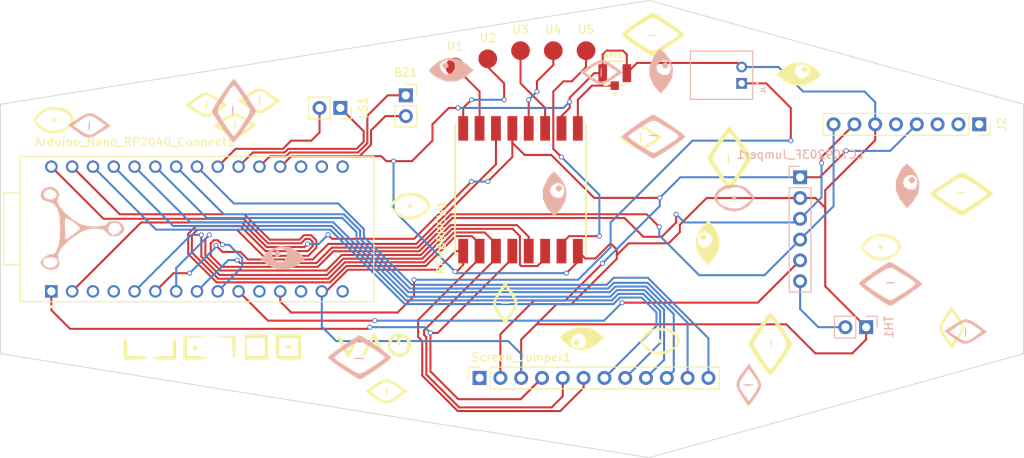
<source format=kicad_pcb>
(kicad_pcb (version 20211014) (generator pcbnew)
  (title_block (title "Caster_Board") (date "sam. 04 avril 2015") (rev "v01") (comment 2 "creativecommons.org/licenses/by-nc/4.0/") (comment 3 "License: CC BY-NC 4.0") (comment 4 "Author: Helena"))
  (layers (0 "F.Cu" signal) (31 "B.Cu" signal) (34 "B.Paste" user) (35 "F.Paste" user) (36 "B.SilkS" user "B.Silkscreen") (37 "F.SilkS" user "F.Silkscreen") (38 "B.Mask" user) (39 "F.Mask" user) (44 "Edge.Cuts" user))
  (net 0 "")
  (net 1 "GND")
  (net 2 "Net-(ANT1-Pad1)")
  (net 3 "SCK")
  (net 4 "+3V3")
  (net 7 "Lora_RST")
  (net 8 "LORA_INT")
  (net 9 "LORA_CS")
  (net 10 "SDA")
  (net 11 "SCL")
  (net 12 "Bat_INT")
  (net 14 "Net-(Arduino_Nano_RP2040_Connect1-Pad12)")
  (net 20 "BUZZ")
  (net 21 "Aud_IN")
  (net 22 "AUD_OUT")
  (net 23 "TE")
  (net 24 "Lite")
  (net 25 "SDCS")
  (net 26 "DC")
  (net 27 "RST")
  (net 28 "TFTCS")
  (net 29 "COPI")
  (net 30 "CIPO")
  (net 31 "Net-(LC709203F_Jumper1-Pad6)")
  (net 33 "Pad5")
  (net 34 "Pad3")
  (net 35 "Pad4")
  (net 36 "Pad1")
  (net 37 "Pad2")
  (footprint "Connector_PinSocket_2.54mm:PinSocket_1x02_P2.54mm_Vertical" (layer "F.Cu") (at 81 36 -90)
    (fp_text reference "LS1")
    (fp_text value "Speaker")
  )
  (footprint "ABX00053:JUMPERPAD" (layer "F.Cu") (at 111 29)
    (fp_text reference "U5")
    (fp_text value "Single_Jumper")
  )
  (footprint "ABX00053:eye" (layer "F.Cu") (at 68 38)
    (fp_text reference "G***" hide)
    (fp_text value "LOGO" hide)
  )
  (footprint "RSP-122811-01:SAMTEC_RSP-122811-01" (layer "F.Cu") (at 114.505 31.75)
    (fp_text reference "ANT1")
    (fp_text value "RSP-122811-01")
  )
  (footprint "ABX00053:JUMPERPAD" (layer "F.Cu") (at 103 29)
    (fp_text reference "U3")
    (fp_text value "Single_Jumper")
  )
  (footprint "ABX00053:eye3" (layer "F.Cu") (at 89.5 48)
    (fp_text reference "G***" hide)
    (fp_text value "LOGO" hide)
  )
  (footprint "ABX00053:eye3" (layer "F.Cu") (at 46 37.5)
    (fp_text reference "G***" hide)
    (fp_text value "LOGO" hide)
  )
  (footprint "ABX00053:eye" (layer "F.Cu") (at 86.5 70.5)
    (fp_text reference "G***" hide)
    (fp_text value "LOGO" hide)
  )
  (footprint "ABX00053:JUMPERPAD" (layer "F.Cu") (at 107 29)
    (fp_text reference "U4")
    (fp_text value "Single_Jumper")
  )
  (footprint "COM-13909:MOD_COM-13909" (layer "F.Cu") (at 103 46 90)
    (fp_text reference "RFM69HCW1")
    (fp_text value "COM-13909")
  )
  (footprint "ABX00053:eye4" (layer "F.Cu") (at 119 27)
    (fp_text reference "G***" hide)
    (fp_text value "LOGO" hide)
  )
  (footprint "Connector_PinSocket_2.54mm:PinSocket_1x12_P2.54mm_Vertical" (layer "F.Cu") (at 98 69 90)
    (fp_text reference "Screen_Jumper1")
    (fp_text value "Conn_01x12")
  )
  (footprint "ABX00053:eye" (layer "F.Cu") (at 71 35)
    (fp_text reference "G***" hide)
    (fp_text value "LOGO" hide)
  )
  (footprint "ABX00053:MODULE_ABX00053" (layer "F.Cu") (at 63.5 50.8)
    (fp_text reference "Arduino_Nano_RP2040_Connect1")
    (fp_text value "ABX00053")
  )
  (footprint "ABX00053:eye4" (layer "F.Cu") (at 157 46.5 180)
    (fp_text reference "G***" hide)
    (fp_text value "LOGO" hide)
  )
  (footprint "ABX00053:eye" (layer "F.Cu") (at 155.5 63 90)
    (fp_text reference "G***" hide)
    (fp_text value "LOGO" hide)
  )
  (footprint "ABX00053:eye2" (layer "F.Cu") (at 110.5 64)
    (fp_text reference "G***" hide)
    (fp_text value "LOGO" hide)
  )
  (footprint "ABX00053:eye3" (layer "F.Cu") (at 120 64.5)
    (fp_text reference "G***" hide)
    (fp_text value "LOGO" hide)
  )
  (footprint "ABX00053:eye" (layer "F.Cu") (at 117.5 39.5)
    (fp_text reference "G***" hide)
    (fp_text value "LOGO" hide)
  )
  (footprint "ABX00053:eye2" (layer "F.Cu") (at 137 32 180)
    (fp_text reference "G***" hide)
    (fp_text value "LOGO" hide)
  )
  (footprint "Connector_PinSocket_2.54mm:PinSocket_1x08_P2.54mm_Vertical" (layer "F.Cu") (at 159 38 -90)
    (fp_text reference "J2")
    (fp_text value "Conn_01x08_Male")
  )
  (footprint "ABX00053:JUMPERPAD" (layer "F.Cu") (at 99 30)
    (fp_text reference "U2")
    (fp_text value "Single_Jumper")
  )
  (footprint "ABX00053:eye" (layer "F.Cu") (at 64.5 35.5)
    (fp_text reference "G***" hide)
    (fp_text value "LOGO" hide)
  )
  (footprint "ABX00053:eye3" (layer "F.Cu") (at 147 53)
    (fp_text reference "G***" hide)
    (fp_text value "LOGO" hide)
  )
  (footprint "ABX00053:JUMPERPAD" (layer "F.Cu") (at 95 31)
    (fp_text reference "U1")
    (fp_text value "Single_Jumper")
  )
  (footprint "ABX00053:CasterMK1_Label" (layer "F.Cu") (at 72 65)
    (fp_text reference "G***" hide)
    (fp_text value "LOGO" hide)
  )
  (footprint "ABX00053:eye" (layer "F.Cu") (at 101 60 90)
    (fp_text reference "G***" hide)
    (fp_text value "LOGO" hide)
  )
  (footprint "ABX00053:eye4" (layer "F.Cu") (at 133.5 65 90)
    (fp_text reference "G***" hide)
    (fp_text value "LOGO" hide)
  )
  (footprint "ABX00053:eye2" (layer "F.Cu") (at 126 52.5 -90)
    (fp_text reference "G***" hide)
    (fp_text value "LOGO" hide)
  )
  (footprint "ABX00053:eye4" (layer "F.Cu") (at 128.5 42 -90)
    (fp_text reference "G***" hide)
    (fp_text value "LOGO" hide)
  )
  (footprint "Connector_PinSocket_2.54mm:PinSocket_1x02_P2.54mm_Vertical" (layer "F.Cu") (at 89 34.46)
    (fp_text reference "BZ1")
    (fp_text value "Buzzer")
  )
  (footprint "ABX00053:eye2" (layer "B.Cu") (at 150.098408 45.5 -90)
    (fp_text reference "G***" hide)
    (fp_text value "LOGO" hide)
  )
  (footprint "ABX00053:eye" (layer "B.Cu") (at 157.484263 63.194535 180)
    (fp_text reference "G***" hide)
    (fp_text value "LOGO" hide)
  )
  (footprint "ABX00053:logo1" (layer "B.Cu") (at 49.5 50.75 -90)
    (fp_text reference "G***" hide)
    (fp_text value "LOGO" hide)
  )
  (footprint "ABX00053:eye4" (layer "B.Cu") (at 148 57.5)
    (fp_text reference "G***" hide)
    (fp_text value "LOGO" hide)
  )
  (footprint "ABX00053:eye2" (layer "B.Cu") (at 120 31.5 -90)
    (fp_text reference "G***" hide)
    (fp_text value "LOGO" hide)
  )
  (footprint "ABX00053:eye2" (layer "B.Cu") (at 94.5 31.5)
    (fp_text reference "G***" hide)
    (fp_text value "LOGO" hide)
  )
  (footprint "ABX00053:eye3" (layer "B.Cu") (at 129.098408 47 180)
    (fp_text reference "G***" hide)
    (fp_text value "LOGO" hide)
  )
  (footprint "Connector_PinSocket_2.54mm:PinSocket_1x06_P2.54mm_Vertical" (layer "B.Cu") (at 137.135 44.475 180)
    (fp_text reference "LC709203F_Jumper1")
    (fp_text value "Conn_01x06")
  )
  (footprint "ABX00053:eye" (layer "B.Cu") (at 113 31.5 180)
    (fp_text reference "G***" hide)
    (fp_text value "LOGO" hide)
  )
  (footprint "ABX00053:eye" (layer "B.Cu") (at 131 70 90)
    (fp_text reference "G***" hide)
    (fp_text value "LOGO" hide)
  )
  (footprint "ABX00053:eye" (layer "B.Cu") (at 50.5 38 180)
    (fp_text reference "G***" hide)
    (fp_text value "LOGO" hide)
  )
  (footprint "ABX00053:eye4" (layer "B.Cu") (at 68 36.5 90)
    (fp_text reference "G***" hide)
    (fp_text value "LOGO" hide)
  )
  (footprint "ABX00053:eye2" (layer "B.Cu") (at 74 54.5)
    (fp_text reference "G***" hide)
    (fp_text value "LOGO" hide)
  )
  (footprint "ABX00053:eye2" (layer "B.Cu") (at 107 46.5 -90)
    (fp_text reference "G***" hide)
    (fp_text value "LOGO" hide)
  )
  (footprint "S2B-PH-K-S_LF__SN_:JST_S2B-PH-K-S(LF)(SN)" (layer "B.Cu") (at 130 32 90)
    (fp_text reference "J1")
    (fp_text value "S2B-PH-K-S(LF)(SN)")
  )
  (footprint "ABX00053:eye4" (layer "B.Cu") (at 83.5 66.5 180)
    (fp_text reference "G***" hide)
    (fp_text value "LOGO" hide)
  )
  (footprint "Connector_PinSocket_2.54mm:PinSocket_1x02_P2.54mm_Vertical" (layer "B.Cu") (at 145.2 62.8 90)
    (fp_text reference "TH1")
    (fp_text value "Thermistor")
  )
  (footprint "ABX00053:eye4" (layer "B.Cu") (at 119.098408 39.5)
    (fp_text reference "G***" hide)
    (fp_text value "LOGO" hide)
  )
  (gr_poly (pts (xy 164.42 35.56) (xy 164.42 66.04) (xy 118.7 78.74) (xy 39.5 66.04) (xy 39.5 35.56) (xy 118.7 22.86)) (layer "Edge.Cuts") (width 0.1) (fill none))
  (segment (start 78.74 58.42) (end 79.277317 58.42) (width 0.25) (layer "F.Cu") (net 1))
  (segment (start 109.2 60) (end 107.4 60) (width 0.25) (layer "F.Cu") (net 1))
  (segment (start 104.95 62.45) (end 103.08 64.32) (width 0.25) (layer "F.Cu") (net 1))
  (segment (start 140.2 57.8) (end 145.2 62.8) (width 0.25) (layer "F.Cu") (net 1))
  (segment (start 139 66) (end 143.5 66) (width 0.25) (layer "F.Cu") (net 1))
  (segment (start 92.828494 55.771506) (end 95.1 53.5) (width 0.25) (layer "F.Cu") (net 1))
  (segment (start 140.2 48.2) (end 140.2 48.55) (width 0.25) (layer "F.Cu") (net 1))
  (segment (start 145.2 64.3) (end 145.2 62.8) (width 0.25) (layer "F.Cu") (net 1))
  (segment (start 116 29.5) (end 115.98 29.52) (width 0.25) (layer "F.Cu") (net 1))
  (segment (start 95.3755 36.005) (end 94.245 36.005) (width 0.25) (layer "F.Cu") (net 1))
  (segment (start 110 54.8) (end 110 53.5) (width 0.25) (layer "F.Cu") (net 1))
  (segment (start 137.135 47.015) (end 138.985 47.015) (width 0.25) (layer "F.Cu") (net 1))
  (segment (start 107.4 60) (end 104.95 62.45) (width 0.25) (layer "F.Cu") (net 1))
  (segment (start 114.75 54.45) (end 109.2 60) (width 0.25) (layer "F.Cu") (net 1))
  (segment (start 79.277317 58.42) (end 81.925811 55.771506) (width 0.25) (layer "F.Cu") (net 1))
  (segment (start 109 34.75) (end 109 35.25) (width 0.25) (layer "F.Cu") (net 1))
  (segment (start 114.75 54) (end 116.2 52.55) (width 0.25) (layer "F.Cu") (net 1))
  (segment (start 89 37) (end 86.5 37) (width 0.25) (layer "F.Cu") (net 1))
  (segment (start 95.1 53.5) (end 96 53.5) (width 0.25) (layer "F.Cu") (net 1))
  (segment (start 113.03 29.47) (end 113.5 29) (width 0.25) (layer "F.Cu") (net 1))
  (segment (start 96 53.5) (end 96 55.2) (width 0.25) (layer "F.Cu") (net 1))
  (segment (start 108 37) (end 109 36) (width 0.25) (layer "F.Cu") (net 1))
  (segment (start 115.5 29) (end 116 29.5) (width 0.25) (layer "F.Cu") (net 1))
  (segment (start 85.999501 41.899501) (end 82.350499 41.899501) (width 0.25) (layer "F.Cu") (net 1))
  (segment (start 84.75 38.75) (end 84.75 40.5) (width 0.25) (layer "F.Cu") (net 1))
  (segment (start 112.15 54.4) (end 114 52.55) (width 0.25) (layer "F.Cu") (net 1))
  (segment (start 140.2 48.55) (end 140.2 57.8) (width 0.25) (layer "F.Cu") (net 1))
  (segment (start 129.5 30.5) (end 130 31) (width 0.25) (layer "F.Cu") (net 1))
  (segment (start 92.25 38) (end 92.25 40) (width 0.25) (layer "F.Cu") (net 1))
  (segment (start 125.721688 47.015) (end 137.135 47.015) (width 0.25) (layer "F.Cu") (net 1))
  (segment (start 116.2 52.55) (end 121.08569 52.55) (width 0.25) (layer "F.Cu") (net 1))
  (segment (start 110.9 54.4) (end 112.15 54.4) (width 0.25) (layer "F.Cu") (net 1))
  (segment (start 110 53.5) (end 110.9 54.4) (width 0.25) (layer "F.Cu") (net 1))
  (segment (start 121.08569 52.55) (end 122.449501 51.186189) (width 0.25) (layer "F.Cu") (net 1))
  (segment (start 109 36) (end 109 35.25) (width 0.25) (layer "F.Cu") (net 1))
  (segment (start 104.95 62.45) (end 135.45 62.45) (width 0.25) (layer "F.Cu") (net 1))
  (segment (start 92.25 40) (end 89.75 42.5) (width 0.25) (layer "F.Cu") (net 1))
  (segment (start 146.3 38) (end 146.3 39.95) (width 0.25) (layer "F.Cu") (net 1))
  (segment (start 115.98 31.75) (end 117.23 30.5) (width 0.25) (layer "F.Cu") (net 1))
  (segment (start 140.2 46.05) (end 140.2 48.55) (width 0.25) (layer "F.Cu") (net 1))
  (segment (start 108.6 56.2) (end 110 54.8) (width 0.25) (layer "F.Cu") (net 1))
  (segment (start 114.75 53.3) (end 114.75 54.45) (width 0.25) (layer "F.Cu") (net 1))
  (segment (start 135.45 62.45) (end 139 66) (width 0.25) (layer "F.Cu") (net 1))
  (segment (start 73.72707 43.18) (end 75.007569 41.899501) (width 0.25) (layer "F.Cu") (net 1))
  (segment (start 75.007569 41.899501) (end 82.350499 41.899501) (width 0.25) (layer "F.Cu") (net 1))
  (segment (start 112 31.75) (end 109 34.75) (width 0.25) (layer "F.Cu") (net 1))
  (segment (start 84.75 40.5) (end 83.350499 41.899501) (width 0.25) (layer "F.Cu") (net 1))
  (segment (start 113.5 29) (end 115.5 29) (width 0.25) (layer "F.Cu") (net 1))
  (segment (start 138.985 47.015) (end 139 47) (width 0.25) (layer "F.Cu") (net 1))
  (segment (start 143.5 66) (end 145.2 64.3) (width 0.25) (layer "F.Cu") (net 1))
  (segment (start 94.245 36.005) (end 92.25 38) (width 0.25) (layer "F.Cu") (net 1))
  (segment (start 122.449501 50.287187) (end 125.721688 47.015) (width 0.25) (layer "F.Cu") (net 1))
  (segment (start 114 52.55) (end 114.75 53.3) (width 0.25) (layer "F.Cu") (net 1))
  (segment (start 113.03 31.75) (end 113.03 29.47) (width 0.25) (layer "F.Cu") (net 1))
  (segment (start 115.98 29.52) (end 115.98 31.75) (width 0.25) (layer "F.Cu") (net 1))
  (segment (start 95.2 56) (end 95 56) (width 0.25) (layer "F.Cu") (net 1))
  (segment (start 146.3 39.95) (end 140.2 46.05) (width 0.25) (layer "F.Cu") (net 1))
  (segment (start 108 38.5) (end 108 37) (width 0.25) (layer "F.Cu") (net 1))
  (segment (start 89.75 42.5) (end 86.6 42.5) (width 0.25) (layer "F.Cu") (net 1))
  (segment (start 73.66 43.18) (end 73.72707 43.18) (width 0.25) (layer "F.Cu") (net 1))
  (segment (start 86.5 37) (end 84.75 38.75) (width 0.25) (layer "F.Cu") (net 1))
  (segment (start 122.449501 51.186189) (end 122.449501 50.287187) (width 0.25) (layer "F.Cu") (net 1))
  (segment (start 81.925811 55.771506) (end 92.828494 55.771506) (width 0.25) (layer "F.Cu") (net 1))
  (segment (start 139 47) (end 140.2 48.2) (width 0.25) (layer "F.Cu") (net 1))
  (segment (start 83.350499 41.899501) (end 82.350499 41.899501) (width 0.25) (layer "F.Cu") (net 1))
  (segment (start 103.08 64.32) (end 103.08 69) (width 0.25) (layer "F.Cu") (net 1))
  (segment (start 86.6 42.5) (end 85.999501 41.899501) (width 0.25) (layer "F.Cu") (net 1))
  (segment (start 117.23 30.5) (end 129.5 30.5) (width 0.25) (layer "F.Cu") (net 1))
  (segment (start 113.03 31.75) (end 112 31.75) (width 0.25) (layer "F.Cu") (net 1))
  (segment (start 96 55.2) (end 95.2 56) (width 0.25) (layer "F.Cu") (net 1))
  (via (at 108.6 56.2) (size 0.6) (drill 0.4) (layers "F.Cu" "B.Cu") (net 1))
  (via (at 95.3755 36.005) (size 0.6) (drill 0.4) (layers "F.Cu" "B.Cu") (net 1))
  (via (at 87.5 42.5) (size 0.6) (drill 0.4) (layers "F.Cu" "B.Cu") (net 1))
  (via (at 95 56) (size 0.6) (drill 0.4) (layers "F.Cu" "B.Cu") (net 1))
  (via (at 109 35.25) (size 0.6) (drill 0.4) (layers "F.Cu" "B.Cu") (net 1))
  (segment (start 108.245 36.005) (end 109 35.25) (width 0.25) (layer "B.Cu") (net 1))
  (segment (start 95.3755 36.005) (end 108.245 36.005) (width 0.25) (layer "B.Cu") (net 1))
  (segment (start 145 34) (end 146.3 35.3) (width 0.25) (layer "B.Cu") (net 1))
  (segment (start 146.3 35.3) (end 146.3 38) (width 0.25) (layer "B.Cu") (net 1))
  (segment (start 80.5 64.5) (end 101.5 64.5) (width 0.25) (layer "B.Cu") (net 1))
  (segment (start 134.5 31) (end 137.5 34) (width 0.25) (layer "B.Cu") (net 1))
  (segment (start 137.5 34) (end 145 34) (width 0.25) (layer "B.Cu") (net 1))
  (segment (start 87.5 48.5) (end 87.5 42.5) (width 0.25) (layer "B.Cu") (net 1))
  (segment (start 78.74 62.74) (end 80.5 64.5) (width 0.25) (layer "B.Cu") (net 1))
  (segment (start 95 56) (end 87.5 48.5) (width 0.25) (layer "B.Cu") (net 1))
  (segment (start 101.5 64.5) (end 103.08 66.08) (width 0.25) (layer "B.Cu") (net 1))
  (segment (start 95 56) (end 95.2 56.2) (width 0.25) (layer "B.Cu") (net 1))
  (segment (start 95.2 56.2) (end 108.6 56.2) (width 0.25) (layer "B.Cu") (net 1))
  (segment (start 78.74 58.42) (end 78.74 62.74) (width 0.25) (layer "B.Cu") (net 1))
  (segment (start 103.08 66.08) (end 103.08 69) (width 0.25) (layer "B.Cu") (net 1))
  (segment (start 130 31) (end 134.5 31) (width 0.25) (layer "B.Cu") (net 1))
  (segment (start 111.725 33.275) (end 110 35) (width 0.25) (layer "F.Cu") (net 2))
  (segment (start 114.505 33.275) (end 111.725 33.275) (width 0.25) (layer "F.Cu") (net 2))
  (segment (start 110 35) (end 110 38.5) (width 0.25) (layer "F.Cu") (net 2))
  (segment (start 84.4 63) (end 84.6 62.8) (width 0.25) (layer "F.Cu") (net 3))
  (segment (start 92 68.2) (end 92 63.5) (width 0.25) (layer "F.Cu") (net 3))
  (segment (start 102 54.4) (end 92.9 63.5) (width 0.25) (layer "F.Cu") (net 3))
  (segment (start 45.72 60.72) (end 48 63) (width 0.25) (layer "F.Cu") (net 3))
  (segment (start 103.02 71.6) (end 95.4 71.6) (width 0.25) (layer "F.Cu") (net 3))
  (segment (start 48 63) (end 84.4 63) (width 0.25) (layer "F.Cu") (net 3))
  (segment (start 45.72 58.42) (end 45.72 60.72) (width 0.25) (layer "F.Cu") (net 3))
  (segment (start 95.4 71.6) (end 92 68.2) (width 0.25) (layer "F.Cu") (net 3))
  (segment (start 102 53.5) (end 102 54.4) (width 0.25) (layer "F.Cu") (net 3))
  (segment (start 92.9 63.5) (end 92 63.5) (width 0.25) (layer "F.Cu") (net 3))
  (segment (start 105.62 69) (end 103.02 71.6) (width 0.25) (layer "F.Cu") (net 3))
  (via (at 92 63.5) (size 0.6) (drill 0.4) (layers "F.Cu" "B.Cu") (net 3))
  (via (at 84.6 62.8) (size 0.6) (drill 0.4) (layers "F.Cu" "B.Cu") (net 3))
  (segment (start 84.6 62.8) (end 91.3 62.8) (width 0.25) (layer "B.Cu") (net 3))
  (segment (start 91.3 62.8) (end 92 63.5) (width 0.25) (layer "B.Cu") (net 3))
  (segment (start 113 55) (end 108.449501 59.550499) (width 0.25) (layer "F.Cu") (net 4))
  (segment (start 56.68 50) (end 69 50) (width 0.25) (layer "F.Cu") (net 4))
  (segment (start 100.54 63.66) (end 100.54 69) (width 0.25) (layer "F.Cu") (net 4))
  (segment (start 69 50) (end 72 53) (width 0.25) (layer "F.Cu") (net 4))
  (segment (start 108.449501 59.550499) (end 104.649501 59.550499) (width 0.25) (layer "F.Cu") (net 4))
  (segment (start 102 38.5) (end 102 42) (width 0.25) (layer "F.Cu") (net 4))
  (segment (start 102 42) (end 99 45) (width 0.25) (layer "F.Cu") (net 4))
  (segment (start 72 53) (end 76.634177 53) (width 0.25) (layer "F.Cu") (net 4))
  (segment (start 103.5 41.75) (end 106.75 41.75) (width 0.25) (layer "F.Cu") (net 4))
  (segment (start 137.135 44.475) (end 139.525 44.475) (width 0.25) (layer "F.Cu") (net 4))
  (segment (start 102 40.25) (end 103.5 41.75) (width 0.25) (layer "F.Cu") (net 4))
  (segment (start 106.75 41.75) (end 112 47) (width 0.25) (layer "F.Cu") (net 4))
  (segment (start 80 52) (end 79.5 51.5) (width 0.25) (layer "F.Cu") (net 4))
  (segment (start 97 45) (end 90 52) (width 0.25) (layer "F.Cu") (net 4))
  (segment (start 102 38.5) (end 102 40.25) (width 0.25) (layer "F.Cu") (net 4))
  (segment (start 48.26 58.42) (end 56.68 50) (width 0.25) (layer "F.Cu") (net 4))
  (segment (start 90 52) (end 80 52) (width 0.25) (layer "F.Cu") (net 4))
  (segment (start 112 47) (end 120 47) (width 0.25) (layer "F.Cu") (net 4))
  (segment (start 104.649501 59.550499) (end 100.54 63.66) (width 0.25) (layer "F.Cu") (net 4))
  (segment (start 139.525 44.475) (end 142.75 41.25) (width 0.25) (layer "F.Cu") (net 4))
  (segment (start 76.634177 53) (end 77 52.634177) (width 0.25) (layer "F.Cu") (net 4))
  (via (at 79.5 51.5) (size 0.6) (drill 0.4) (layers "F.Cu" "B.Cu") (net 4))
  (via (at 77 52.634177) (size 0.6) (drill 0.4) (layers "F.Cu" "B.Cu") (net 4))
  (via (at 113 55) (size 0.6) (drill 0.4) (layers "F.Cu" "B.Cu") (net 4))
  (via (at 97 45) (size 0.6) (drill 0.4) (layers "F.Cu" "B.Cu") (net 4))
  (via (at 99 45) (size 0.6) (drill 0.4) (layers "F.Cu" "B.Cu") (net 4))
  (via (at 120 47) (size 0.6) (drill 0.4) (layers "F.Cu" "B.Cu") (net 4))
  (via (at 142.75 41.25) (size 0.6) (drill 0.4) (layers "F.Cu" "B.Cu") (net 4))
  (segment (start 148.13 41.25) (end 142.75 41.25) (width 0.25) (layer "B.Cu") (net 4))
  (segment (start 120 48) (end 120 47) (width 0.25) (layer "B.Cu") (net 4))
  (segment (start 78.365823 52.634177) (end 79.5 51.5) (width 0.25) (layer "B.Cu") (net 4))
  (segment (start 97 45) (end 99 45) (width 0.25) (layer "B.Cu") (net 4))
  (segment (start 151.38 38) (end 148.13 41.25) (width 0.25) (layer "B.Cu") (net 4))
  (segment (start 137.135 44.475) (end 122.525 44.475) (width 0.25) (layer "B.Cu") (net 4))
  (segment (start 113 55) (end 120 48) (width 0.25) (layer "B.Cu") (net 4))
  (segment (start 122.525 44.475) (end 120 47) (width 0.25) (layer "B.Cu") (net 4))
  (segment (start 77 52.634177) (end 78.365823 52.634177) (width 0.25) (layer "B.Cu") (net 4))
  (segment (start 106 54.4) (end 105.075 55.325) (width 0.25) (layer "F.Cu") (net 7))
  (segment (start 91.00364 54.423003) (end 81.367244 54.423003) (width 0.25) (layer "F.Cu") (net 7))
  (segment (start 105.075 55.325) (end 103.075 55.325) (width 0.25) (layer "F.Cu") (net 7))
  (segment (start 64.029945 54.184502) (end 64.029945 51.524001) (width 0.25) (layer "F.Cu") (net 7))
  (segment (start 106 53.5) (end 106 54.4) (width 0.25) (layer "F.Cu") (net 7))
  (segment (start 94.650645 50.775998) (end 91.00364 54.423003) (width 0.25) (layer "F.Cu") (net 7))
  (segment (start 102.925 55.175) (end 102.925 51.675) (width 0.25) (layer "F.Cu") (net 7))
  (segment (start 66.268446 56.423003) (end 64.029945 54.184502) (width 0.25) (layer "F.Cu") (net 7))
  (segment (start 79.367244 56.423003) (end 66.268446 56.423003) (width 0.25) (layer "F.Cu") (net 7))
  (segment (start 102.025998 50.775998) (end 94.650645 50.775998) (width 0.25) (layer "F.Cu") (net 7))
  (segment (start 103.075 55.325) (end 102.925 55.175) (width 0.25) (layer "F.Cu") (net 7))
  (segment (start 81.367244 54.423003) (end 79.367244 56.423003) (width 0.25) (layer "F.Cu") (net 7))
  (segment (start 102.925 51.675) (end 102.025998 50.775998) (width 0.25) (layer "F.Cu") (net 7))
  (via (at 64.029945 51.524001) (size 0.6) (drill 0.4) (layers "F.Cu" "B.Cu") (net 7))
  (segment (start 62.775999 51.524001) (end 64.029945 51.524001) (width 0.25) (layer "B.Cu") (net 7))
  (segment (start 55.88 58.42) (end 62.775999 51.524001) (width 0.25) (layer "B.Cu") (net 7))
  (segment (start 69.723502 54.523502) (end 68.8 53.6) (width 0.25) (layer "F.Cu") (net 8))
  (segment (start 68.8 53.6) (end 66.6 53.6) (width 0.25) (layer "F.Cu") (net 8))
  (segment (start 90.258677 52.6245) (end 79.530057 52.6245) (width 0.25) (layer "F.Cu") (net 8))
  (segment (start 100 42.883177) (end 90.258677 52.6245) (width 0.25) (layer "F.Cu") (net 8))
  (segment (start 66.6 53.6) (end 65.8 52.8) (width 0.25) (layer "F.Cu") (net 8))
  (segment (start 60.64 56.2) (end 62.6 56.2) (width 0.25) (layer "F.Cu") (net 8))
  (segment (start 79.530057 52.6245) (end 77.631055 54.523502) (width 0.25) (layer "F.Cu") (net 8))
  (segment (start 58.42 58.42) (end 60.64 56.2) (width 0.25) (layer "F.Cu") (net 8))
  (segment (start 77.631055 54.523502) (end 69.723502 54.523502) (width 0.25) (layer "F.Cu") (net 8))
  (segment (start 100 38.5) (end 100 42.883177) (width 0.25) (layer "F.Cu") (net 8))
  (via (at 62.6 56.2) (size 0.6) (drill 0.4) (layers "F.Cu" "B.Cu") (net 8))
  (via (at 65.8 52.8) (size 0.6) (drill 0.4) (layers "F.Cu" "B.Cu") (net 8))
  (segment (start 65.8 53) (end 65.8 52.8) (width 0.25) (layer "B.Cu") (net 8))
  (segment (start 62.6 56.2) (end 65.8 53) (width 0.25) (layer "B.Cu") (net 8))
  (segment (start 102.576497 50.326497) (end 94.464456 50.326497) (width 0.25) (layer "F.Cu") (net 9))
  (segment (start 64.525999 51.998002) (end 65 51.524001) (width 0.25) (layer "F.Cu") (net 9))
  (segment (start 81.181055 53.973502) (end 79.282552 55.872005) (width 0.25) (layer "F.Cu") (net 9))
  (segment (start 66.353138 55.872005) (end 64.525999 54.044866) (width 0.25) (layer "F.Cu") (net 9))
  (segment (start 90.817451 53.973502) (end 81.181055 53.973502) (width 0.25) (layer "F.Cu") (net 9))
  (segment (start 79.282552 55.872005) (end 66.353138 55.872005) (width 0.25) (layer "F.Cu") (net 9))
  (segment (start 64.525999 54.044866) (end 64.525999 51.998002) (width 0.25) (layer "F.Cu") (net 9))
  (segment (start 104 51.75) (end 102.576497 50.326497) (width 0.25) (layer "F.Cu") (net 9))
  (segment (start 94.464456 50.326497) (end 90.817451 53.973502) (width 0.25) (layer "F.Cu") (net 9))
  (segment (start 104 53.5) (end 104 51.75) (width 0.25) (layer "F.Cu") (net 9))
  (via (at 65 51.524001) (size 0.6) (drill 0.4) (layers "F.Cu" "B.Cu") (net 9))
  (segment (start 60.96 58.42) (end 60.96 55.564001) (width 0.25) (layer "B.Cu") (net 9))
  (segment (start 60.96 55.564001) (end 65 51.524001) (width 0.25) (layer "B.Cu") (net 9))
  (segment (start 94.518368 49.000499) (end 90.444866 53.074001) (width 0.25) (layer "F.Cu") (net 10))
  (segment (start 78.069366 54.973003) (end 68.773003 54.973003) (width 0.25) (layer "F.Cu") (net 10))
  (segment (start 119.940067 50.541066) (end 118.3995 49.000499) (width 0.25) (layer "F.Cu") (net 10))
  (segment (start 79.968368 53.074001) (end 78.069366 54.973003) (width 0.25) (layer "F.Cu") (net 10))
  (segment (start 118.3995 49.000499) (end 94.518368 49.000499) (width 0.25) (layer "F.Cu") (net 10))
  (segment (start 90.444866 53.074001) (end 79.968368 53.074001) (width 0.25) (layer "F.Cu") (net 10))
  (segment (start 68.773003 54.973003) (end 68.4 54.6) (width 0.25) (layer "F.Cu") (net 10))
  (via (at 68.4 54.6) (size 0.6) (drill 0.4) (layers "F.Cu" "B.Cu") (net 10))
  (via (at 119.940067 50.541066) (size 0.6) (drill 0.4) (layers "F.Cu" "B.Cu") (net 10))
  (segment (start 67.32 54.6) (end 68.4 54.6) (width 0.25) (layer "B.Cu") (net 10))
  (segment (start 124.813811 56.449501) (end 119.940067 51.575757) (width 0.25) (layer "B.Cu") (net 10))
  (segment (start 63.5 58.42) (end 67.32 54.6) (width 0.25) (layer "B.Cu") (net 10))
  (segment (start 141.22 48.01) (end 141.22 38) (width 0.25) (layer "B.Cu") (net 10))
  (segment (start 119.940067 51.575757) (end 119.940067 50.541066) (width 0.25) (layer "B.Cu") (net 10))
  (segment (start 132.780499 56.449501) (end 124.813811 56.449501) (width 0.25) (layer "B.Cu") (net 10))
  (segment (start 137.135 52.095) (end 132.780499 56.449501) (width 0.25) (layer "B.Cu") (net 10))
  (segment (start 137.135 52.095) (end 141.22 48.01) (width 0.25) (layer "B.Cu") (net 10))
  (segment (start 66.539327 55.422504) (end 65.1755 54.058677) (width 0.25) (layer "F.Cu") (net 11))
  (segment (start 94.704764 49.450499) (end 90.631262 53.524001) (width 0.25) (layer "F.Cu") (net 11))
  (segment (start 65.541323 52.1755) (end 66.058677 52.1755) (width 0.25) (layer "F.Cu") (net 11))
  (segment (start 120.25 51.75) (end 118 51.75) (width 0.25) (layer "F.Cu") (net 11))
  (segment (start 65.1755 54.058677) (end 65.1755 52.541323) (width 0.25) (layer "F.Cu") (net 11))
  (segment (start 115.700499 49.450499) (end 94.704764 49.450499) (width 0.25) (layer "F.Cu") (net 11))
  (segment (start 139.75 42.01) (end 139.75 42.75) (width 0.25) (layer "F.Cu") (net 11))
  (segment (start 66.058677 52.1755) (end 66.6101 52.726922) (width 0.25) (layer "F.Cu") (net 11))
  (segment (start 78.255555 55.422504) (end 66.539327 55.422504) (width 0.25) (layer "F.Cu") (net 11))
  (segment (start 118 51.75) (end 115.700499 49.450499) (width 0.25) (layer "F.Cu") (net 11))
  (segment (start 122 49) (end 122 50) (width 0.25) (layer "F.Cu") (net 11))
  (segment (start 143.76 38) (end 139.75 42.01) (width 0.25) (layer "F.Cu") (net 11))
  (segment (start 90.631262 53.524001) (end 80.154058 53.524001) (width 0.25) (layer "F.Cu") (net 11))
  (segment (start 80.154058 53.524001) (end 78.255555 55.422504) (width 0.25) (layer "F.Cu") (net 11))
  (segment (start 65.1755 52.541323) (end 65.541323 52.1755) (width 0.25) (layer "F.Cu") (net 11))
  (segment (start 122 50) (end 120.25 51.75) (width 0.25) (layer "F.Cu") (net 11))
  (via (at 122 49) (size 0.6) (drill 0.4) (layers "F.Cu" "B.Cu") (net 11))
  (via (at 66.6101 52.726922) (size 0.6) (drill 0.4) (layers "F.Cu" "B.Cu") (net 11))
  (via (at 139.75 42.75) (size 0.6) (drill 0.4) (layers "F.Cu" "B.Cu") (net 11))
  (segment (start 137.135 49.555) (end 139.75 46.94) (width 0.25) (layer "B.Cu") (net 11))
  (segment (start 139.75 46.94) (end 139.75 42.75) (width 0.25) (layer "B.Cu") (net 11))
  (segment (start 66.04 58.42) (end 69.0245 55.4355) (width 0.25) (layer "B.Cu") (net 11))
  (segment (start 123 50) (end 136.69 50) (width 0.25) (layer "B.Cu") (net 11))
  (segment (start 136.69 50) (end 137.135 49.555) (width 0.25) (layer "B.Cu") (net 11))
  (segment (start 67.410099 52.726922) (end 66.6101 52.726922) (width 0.25) (layer "B.Cu") (net 11))
  (segment (start 69.0245 54.341323) (end 67.410099 52.726922) (width 0.25) (layer "B.Cu") (net 11))
  (segment (start 122 49) (end 123 50) (width 0.25) (layer "B.Cu") (net 11))
  (segment (start 69.0245 55.4355) (end 69.0245 54.341323) (width 0.25) (layer "B.Cu") (net 11))
  (segment (start 72.16 62) (end 85.2 62) (width 0.25) (layer "F.Cu") (net 12))
  (segment (start 137.135 54.635) (end 131.97 59.8) (width 0.25) (layer "F.Cu") (net 12))
  (segment (start 131.97 59.8) (end 115.4 59.8) (width 0.25) (layer "F.Cu") (net 12))
  (segment (start 68.58 58.42) (end 72.16 62) (width 0.25) (layer "F.Cu") (net 12))
  (via (at 85.2 62) (size 0.6) (drill 0.4) (layers "F.Cu" "B.Cu") (net 12))
  (via (at 115.4 59.8) (size 0.6) (drill 0.4) (layers "F.Cu" "B.Cu") (net 12))
  (segment (start 113.2 62) (end 115.4 59.8) (width 0.25) (layer "B.Cu") (net 12))
  (segment (start 85.2 62) (end 113.2 62) (width 0.25) (layer "B.Cu") (net 12))
  (segment (start 88 61) (end 90 59) (width 0.25) (layer "F.Cu") (net 14))
  (segment (start 73.66 59.66) (end 75 61) (width 0.25) (layer "F.Cu") (net 14))
  (segment (start 133 33) (end 130 33) (width 0.25) (layer "F.Cu") (net 14))
  (segment (start 75 61) (end 88 61) (width 0.25) (layer "F.Cu") (net 14))
  (segment (start 90 59) (end 90 57) (width 0.25) (layer "F.Cu") (net 14))
  (segment (start 136 36) (end 133 33) (width 0.25) (layer "F.Cu") (net 14))
  (segment (start 136 40) (end 136 36) (width 0.25) (layer "F.Cu") (net 14))
  (segment (start 73.66 58.42) (end 73.66 59.66) (width 0.25) (layer "F.Cu") (net 14))
  (via (at 136 40) (size 0.6) (drill 0.4) (layers "F.Cu" "B.Cu") (net 14))
  (via (at 90 57) (size 0.6) (drill 0.4) (layers "F.Cu" "B.Cu") (net 14))
  (segment (start 124 40) (end 136 40) (width 0.25) (layer "B.Cu") (net 14))
  (segment (start 90 57) (end 110.03569 57) (width 0.25) (layer "B.Cu") (net 14))
  (segment (start 110.03569 57) (end 114 53.03569) (width 0.25) (layer "B.Cu") (net 14))
  (segment (start 114 53.03569) (end 114 50) (width 0.25) (layer "B.Cu") (net 14))
  (segment (start 114 50) (end 124 40) (width 0.25) (layer "B.Cu") (net 14))
  (segment (start 71.12 43.18) (end 72.400998 41.899002) (width 0.25) (layer "F.Cu") (net 20))
  (segment (start 84.300499 36.949501) (end 86.79 34.46) (width 0.25) (layer "F.Cu") (net 20))
  (segment (start 86.79 34.46) (end 89 34.46) (width 0.25) (layer "F.Cu") (net 20))
  (segment (start 83.164809 41.449501) (end 84.300499 40.313811) (width 0.25) (layer "F.Cu") (net 20))
  (segment (start 72.400998 41.899002) (end 74.372378 41.899002) (width 0.25) (layer "F.Cu") (net 20))
  (segment (start 84.300499 40.313811) (end 84.300499 36.949501) (width 0.25) (layer "F.Cu") (net 20))
  (segment (start 74.372378 41.899002) (end 74.821879 41.449501) (width 0.25) (layer "F.Cu") (net 20))
  (segment (start 74.821879 41.449501) (end 83.164809 41.449501) (width 0.25) (layer "F.Cu") (net 20))
  (segment (start 74.186189 41.449501) (end 74.63569 41) (width 0.25) (layer "F.Cu") (net 21))
  (segment (start 74.63569 41) (end 82.97862 41) (width 0.25) (layer "F.Cu") (net 21))
  (segment (start 82.97862 41) (end 83.850998 40.127622) (width 0.25) (layer "F.Cu") (net 21))
  (segment (start 83.850998 40.127622) (end 83.850998 38.850998) (width 0.25) (layer "F.Cu") (net 21))
  (segment (start 83.850998 38.850998) (end 81 36) (width 0.25) (layer "F.Cu") (net 21))
  (segment (start 68.58 43.18) (end 70.310499 41.449501) (width 0.25) (layer "F.Cu") (net 21))
  (segment (start 70.310499 41.449501) (end 74.186189 41.449501) (width 0.25) (layer "F.Cu") (net 21))
  (segment (start 77.46 40) (end 78.46 39) (width 0.25) (layer "F.Cu") (net 22))
  (segment (start 78.46 39) (end 78.46 36) (width 0.25) (layer "F.Cu") (net 22))
  (segment (start 75 40) (end 77.46 40) (width 0.25) (layer "F.Cu") (net 22))
  (segment (start 68.22 41) (end 74 41) (width 0.25) (layer "F.Cu") (net 22))
  (segment (start 66.04 43.18) (end 68.22 41) (width 0.25) (layer "F.Cu") (net 22))
  (segment (start 74 41) (end 75 40) (width 0.25) (layer "F.Cu") (net 22))
  (segment (start 125.94 64.16155) (end 125.94 69) (width 0.25) (layer "B.Cu") (net 23))
  (segment (start 89.741323 57.6245) (end 113.513873 57.6245) (width 0.25) (layer "B.Cu") (net 23))
  (segment (start 113.513873 57.6245) (end 114.385878 56.752495) (width 0.25) (layer "B.Cu") (net 23))
  (segment (start 63.5 43.18) (end 68 47.68) (width 0.25) (layer "B.Cu") (net 23))
  (segment (start 83.872005 51.755182) (end 89.741323 57.6245) (width 0.25) (layer "B.Cu") (net 23))
  (segment (start 114.385878 56.752495) (end 118.530945 56.752495) (width 0.25) (layer "B.Cu") (net 23))
  (segment (start 80.741627 47.68) (end 83.872005 50.810378) (width 0.25) (layer "B.Cu") (net 23))
  (segment (start 68 47.68) (end 80.741627 47.68) (width 0.25) (layer "B.Cu") (net 23))
  (segment (start 118.530945 56.752495) (end 125.94 64.16155) (width 0.25) (layer "B.Cu") (net 23))
  (segment (start 83.872005 50.810378) (end 83.872005 51.755182) (width 0.25) (layer "B.Cu") (net 23))
  (segment (start 123.4 62.25724) (end 123.4 69) (width 0.25) (layer "B.Cu") (net 24))
  (segment (start 81.425937 49) (end 83.422504 50.996567) (width 0.25) (layer "B.Cu") (net 24))
  (segment (start 66.78 49) (end 81.425937 49) (width 0.25) (layer "B.Cu") (net 24))
  (segment (start 113.700062 58.074001) (end 114.396567 57.377496) (width 0.25) (layer "B.Cu") (net 24))
  (segment (start 83.422504 50.996567) (end 83.422504 51.996567) (width 0.25) (layer "B.Cu") (net 24))
  (segment (start 60.96 43.18) (end 66.78 49) (width 0.25) (layer "B.Cu") (net 24))
  (segment (start 83.422504 51.996567) (end 89.499938 58.074001) (width 0.25) (layer "B.Cu") (net 24))
  (segment (start 114.396567 57.377496) (end 118.520256 57.377496) (width 0.25) (layer "B.Cu") (net 24))
  (segment (start 89.499938 58.074001) (end 113.700062 58.074001) (width 0.25) (layer "B.Cu") (net 24))
  (segment (start 118.520256 57.377496) (end 123.4 62.25724) (width 0.25) (layer "B.Cu") (net 24))
  (segment (start 121.71 61.20293) (end 121.71 68.15) (width 0.25) (layer "B.Cu") (net 25))
  (segment (start 113.886251 58.523502) (end 114.582756 57.826997) (width 0.25) (layer "B.Cu") (net 25))
  (segment (start 64.689501 49.449501) (end 81.239748 49.449501) (width 0.25) (layer "B.Cu") (net 25))
  (segment (start 121.71 68.15) (end 120.86 69) (width 0.25) (layer "B.Cu") (net 25))
  (segment (start 58.42 43.18) (end 64.689501 49.449501) (width 0.25) (layer "B.Cu") (net 25))
  (segment (start 82.973003 51.182756) (end 82.973003 52.182756) (width 0.25) (layer "B.Cu") (net 25))
  (segment (start 89.313749 58.523502) (end 113.886251 58.523502) (width 0.25) (layer "B.Cu") (net 25))
  (segment (start 81.239748 49.449501) (end 82.973003 51.182756) (width 0.25) (layer "B.Cu") (net 25))
  (segment (start 118.334067 57.826997) (end 121.71 61.20293) (width 0.25) (layer "B.Cu") (net 25))
  (segment (start 114.582756 57.826997) (end 118.334067 57.826997) (width 0.25) (layer "B.Cu") (net 25))
  (segment (start 82.973003 52.182756) (end 89.313749 58.523502) (width 0.25) (layer "B.Cu") (net 25))
  (segment (start 80.131055 49.976498) (end 89.231055 59.076498) (width 0.25) (layer "B.Cu") (net 26))
  (segment (start 55.88 43.18) (end 62.676498 49.976498) (width 0.25) (layer "B.Cu") (net 26))
  (segment (start 89.231055 59.076498) (end 113.968945 59.076498) (width 0.25) (layer "B.Cu") (net 26))
  (segment (start 113.968945 59.076498) (end 114.768945 58.276498) (width 0.25) (layer "B.Cu") (net 26))
  (segment (start 120.523502 66.796498) (end 118.32 69) (width 0.25) (layer "B.Cu") (net 26))
  (segment (start 120.523502 60.652122) (end 120.523502 66.796498) (width 0.25) (layer "B.Cu") (net 26))
  (segment (start 118.147878 58.276498) (end 120.523502 60.652122) (width 0.25) (layer "B.Cu") (net 26))
  (segment (start 114.768945 58.276498) (end 118.147878 58.276498) (width 0.25) (layer "B.Cu") (net 26))
  (segment (start 62.676498 49.976498) (end 80.131055 49.976498) (width 0.25) (layer "B.Cu") (net 26))
  (segment (start 89.044866 59.525999) (end 114.155134 59.525999) (width 0.25) (layer "B.Cu") (net 27))
  (segment (start 120.049501 60.813811) (end 120.049501 64.730499) (width 0.25) (layer "B.Cu") (net 27))
  (segment (start 79.944866 50.425999) (end 89.044866 59.525999) (width 0.25) (layer "B.Cu") (net 27))
  (segment (start 60.585999 50.425999) (end 79.944866 50.425999) (width 0.25) (layer "B.Cu") (net 27))
  (segment (start 114.955134 58.725999) (end 117.961689 58.725999) (width 0.25) (layer "B.Cu") (net 27))
  (segment (start 114.155134 59.525999) (end 114.955134 58.725999) (width 0.25) (layer "B.Cu") (net 27))
  (segment (start 120.049501 64.730499) (end 115.78 69) (width 0.25) (layer "B.Cu") (net 27))
  (segment (start 117.961689 58.725999) (end 120.049501 60.813811) (width 0.25) (layer "B.Cu") (net 27))
  (segment (start 53.34 43.18) (end 60.585999 50.425999) (width 0.25) (layer "B.Cu") (net 27))
  (segment (start 117.7755 59.1755) (end 119.6 61) (width 0.25) (layer "B.Cu") (net 28))
  (segment (start 119.6 61) (end 119.6 62.64) (width 0.25) (layer "B.Cu") (net 28))
  (segment (start 50.8 43.18) (end 58.4955 50.8755) (width 0.25) (layer "B.Cu") (net 28))
  (segment (start 88.858677 59.9755) (end 114.341323 59.9755) (width 0.25) (layer "B.Cu") (net 28))
  (segment (start 58.4955 50.8755) (end 79.758677 50.8755) (width 0.25) (layer "B.Cu") (net 28))
  (segment (start 79.758677 50.8755) (end 88.858677 59.9755) (width 0.25) (layer "B.Cu") (net 28))
  (segment (start 114.341323 59.9755) (end 115.141323 59.1755) (width 0.25) (layer "B.Cu") (net 28))
  (segment (start 115.141323 59.1755) (end 117.7755 59.1755) (width 0.25) (layer "B.Cu") (net 28))
  (segment (start 119.6 62.64) (end 113.24 69) (width 0.25) (layer "B.Cu") (net 28))
  (segment (start 100 53.5) (end 100 54.4) (width 0.25) (layer "F.Cu") (net 29))
  (segment (start 62.876498 51.568945) (end 62.876498 53.666745) (width 0.25) (layer "F.Cu") (net 29))
  (segment (start 108.16 71.24) (end 108.16 69) (width 0.25) (layer "F.Cu") (net 29))
  (segment (start 78.074501 53.07925) (end 77.07975 54.074001) (width 0.25) (layer "F.Cu") (net 29))
  (segment (start 79.553433 56.872504) (end 81.553433 54.872504) (width 0.25) (layer "F.Cu") (net 29))
  (segment (start 77.445073 51.559676) (end 78.074501 52.189104) (width 0.25) (layer "F.Cu") (net 29))
  (segment (start 91.2245 63.7245) (end 91.5 64) (width 0.25) (layer "F.Cu") (net 29))
  (segment (start 100 52.6) (end 100 53.5) (width 0.25) (layer "F.Cu") (net 29))
  (segment (start 76.014104 52.100499) (end 76.554927 51.559676) (width 0.25) (layer "F.Cu") (net 29))
  (segment (start 48.26 43.18) (end 54.08 49) (width 0.25) (layer "F.Cu") (net 29))
  (segment (start 54.08 49) (end 69.272086 49) (width 0.25) (layer "F.Cu") (net 29))
  (segment (start 95.516823 72.6) (end 106.8 72.6) (width 0.25) (layer "F.Cu") (net 29))
  (segment (start 94.888811 51.225499) (end 98.625499 51.225499) (width 0.25) (layer "F.Cu") (net 29))
  (segment (start 98.625499 51.225499) (end 100 52.6) (width 0.25) (layer "F.Cu") (net 29))
  (segment (start 62.876498 53.666745) (end 66.082257 56.872504) (width 0.25) (layer "F.Cu") (net 29))
  (segment (start 66.082257 56.872504) (end 79.553433 56.872504) (width 0.25) (layer "F.Cu") (net 29))
  (segment (start 72.372585 52.100499) (end 76.014104 52.100499) (width 0.25) (layer "F.Cu") (net 29))
  (segment (start 91.5 68.583177) (end 95.516823 72.6) (width 0.25) (layer "F.Cu") (net 29))
  (segment (start 91.241806 54.872504) (end 94.888811 51.225499) (width 0.25) (layer "F.Cu") (net 29))
  (segment (start 76.554927 51.559676) (end 77.445073 51.559676) (width 0.25) (layer "F.Cu") (net 29))
  (segment (start 91.2245 63.1755) (end 91.2245 63.7245) (width 0.25) (layer "F.Cu") (net 29))
  (segment (start 106.8 72.6) (end 108.16 71.24) (width 0.25) (layer "F.Cu") (net 29))
  (segment (start 68.380634 50.899501) (end 63.545942 50.899501) (width 0.25) (layer "F.Cu") (net 29))
  (segment (start 77.07975 54.074001) (end 71.555134 54.074001) (width 0.25) (layer "F.Cu") (net 29))
  (segment (start 71.555134 54.074001) (end 68.380634 50.899501) (width 0.25) (layer "F.Cu") (net 29))
  (segment (start 81.553433 54.872504) (end 91.241806 54.872504) (width 0.25) (layer "F.Cu") (net 29))
  (segment (start 78.074501 52.189104) (end 78.074501 53.07925) (width 0.25) (layer "F.Cu") (net 29))
  (segment (start 69.272086 49) (end 72.372585 52.100499) (width 0.25) (layer "F.Cu") (net 29))
  (segment (start 63.545942 50.899501) (end 62.876498 51.568945) (width 0.25) (layer "F.Cu") (net 29))
  (segment (start 91.5 64) (end 91.5 68.583177) (width 0.25) (layer "F.Cu") (net 29))
  (segment (start 100 54.4) (end 91.2245 63.1755) (width 0.25) (layer "F.Cu") (net 29))
  (segment (start 97.075 51.675) (end 98 52.6) (width 0.25) (layer "F.Cu") (net 30))
  (segment (start 62.426997 51.382756) (end 62.426997 53.852934) (width 0.25) (layer "F.Cu") (net 30))
  (segment (start 77.625 52.375293) (end 77.625 52.893061) (width 0.25) (layer "F.Cu") (net 30))
  (segment (start 79.739622 57.322005) (end 81.739622 55.322005) (width 0.25) (layer "F.Cu") (net 30))
  (segment (start 71.863604 53.5) (end 68.813604 50.45) (width 0.25) (layer "F.Cu") (net 30))
  (segment (start 95.075 51.675) (end 97.075 51.675) (width 0.25) (layer "F.Cu") (net 30))
  (segment (start 72.186396 52.55) (end 76.200293 52.55) (width 0.25) (layer "F.Cu") (net 30))
  (segment (start 52.09 49.55) (end 69.186396 49.55) (width 0.25) (layer "F.Cu") (net 30))
  (segment (start 68.813604 50.45) (end 63.359753 50.45) (width 0.25) (layer "F.Cu") (net 30))
  (segment (start 110.7 70.202081) (end 110.7 69) (width 0.25) (layer "F.Cu") (net 30))
  (segment (start 107.85258 73.049501) (end 110.7 70.202081) (width 0.25) (layer "F.Cu") (net 30))
  (segment (start 63.359753 50.45) (end 62.426997 51.382756) (width 0.25) (layer "F.Cu") (net 30))
  (segment (start 98 53.5) (end 98 54.4) (width 0.25) (layer "F.Cu") (net 30))
  (segment (start 90.5 64) (end 91 64.5) (width 0.25) (layer "F.Cu") (net 30))
  (segment (start 98 54.4) (end 90.5 61.9) (width 0.25) (layer "F.Cu") (net 30))
  (segment (start 91 68.718867) (end 95.330634 73.049501) (width 0.25) (layer "F.Cu") (net 30))
  (segment (start 76.741116 52.009177) (end 77.258884 52.009177) (width 0.25) (layer "F.Cu") (net 30))
  (segment (start 95.330634 73.049501) (end 107.85258 73.049501) (width 0.25) (layer "F.Cu") (net 30))
  (segment (start 77.258884 52.009177) (end 77.625 52.375293) (width 0.25) (layer "F.Cu") (net 30))
  (segment (start 91 64.5) (end 91 68.718867) (width 0.25) (layer "F.Cu") (net 30))
  (segment (start 91.427995 55.322005) (end 95.075 51.675) (width 0.25) (layer "F.Cu") (net 30))
  (segment (start 81.739622 55.322005) (end 91.427995 55.322005) (width 0.25) (layer "F.Cu") (net 30))
  (segment (start 77.018061 53.5) (end 71.863604 53.5) (width 0.25) (layer "F.Cu") (net 30))
  (segment (start 45.72 43.18) (end 52.09 49.55) (width 0.25) (layer "F.Cu") (net 30))
  (segment (start 77.625 52.893061) (end 77.018061 53.5) (width 0.25) (layer "F.Cu") (net 30))
  (segment (start 62.426997 53.852934) (end 65.896068 57.322005) (width 0.25) (layer "F.Cu") (net 30))
  (segment (start 69.186396 49.55) (end 72.186396 52.55) (width 0.25) (layer "F.Cu") (net 30))
  (segment (start 98 52.6) (end 98 53.5) (width 0.25) (layer "F.Cu") (net 30))
  (segment (start 76.200293 52.55) (end 76.741116 52.009177) (width 0.25) (layer "F.Cu") (net 30))
  (segment (start 90.5 61.9) (end 90.5 64) (width 0.25) (layer "F.Cu") (net 30))
  (segment (start 65.896068 57.322005) (end 79.739622 57.322005) (width 0.25) (layer "F.Cu") (net 30))
  (segment (start 137.135 60.585) (end 139.35 62.8) (width 0.25) (layer "B.Cu") (net 31))
  (segment (start 137.135 57.175) (end 137.135 60.585) (width 0.25) (layer "B.Cu") (net 31))
  (segment (start 139.35 62.8) (end 142.66 62.8) (width 0.25) (layer "B.Cu") (net 31))
  (segment (start 111 31) (end 111 29) (width 0.25) (layer "F.Cu") (net 33))
  (segment (start 109.25 32.75) (end 111 31) (width 0.25) (layer "F.Cu") (net 33))
  (segment (start 108 53.5) (end 108 52.6) (width 0.25) (layer "F.Cu") (net 33))
  (segment (start 108.25 32.75) (end 109.25 32.75) (width 0.25) (layer "F.Cu") (net 33))
  (segment (start 107 34) (end 108.25 32.75) (width 0.25) (layer "F.Cu") (net 33))
  (segment (start 107 41) (end 107 34) (width 0.25) (layer "F.Cu") (net 33))
  (segment (start 108 52.6) (end 108.925 51.675) (width 0.25) (layer "F.Cu") (net 33))
  (segment (start 108 42) (end 107 41) (width 0.25) (layer "F.Cu") (net 33))
  (segment (start 108.925 51.675) (end 112.6245 51.675) (width 0.25) (layer "F.Cu") (net 33))
  (via (at 108 42) (size 0.6) (drill 0.4) (layers "F.Cu" "B.Cu") (net 33))
  (via (at 112.6245 51.675) (size 0.6) (drill 0.4) (layers "F.Cu" "B.Cu") (net 33))
  (segment (start 108 42) (end 112.6245 46.6245) (width 0.25) (layer "B.Cu") (net 33))
  (segment (start 112.6245 46.6245) (end 112.6245 51.675) (width 0.25) (layer "B.Cu") (net 33))
  (segment (start 104 34) (end 103 33) (width 0.25) (layer "F.Cu") (net 34))
  (segment (start 106 36) (end 106 38.5) (width 0.25) (layer "F.Cu") (net 34))
  (segment (start 104 34) (end 106 36) (width 0.25) (layer "F.Cu") (net 34))
  (segment (start 103 33) (end 103 29) (width 0.25) (layer "F.Cu") (net 34))
  (segment (start 105 32.75) (end 105 34) (width 0.25) (layer "F.Cu") (net 35))
  (segment (start 107 29) (end 107 30.75) (width 0.25) (layer "F.Cu") (net 35))
  (segment (start 104 38.5) (end 104 35) (width 0.25) (layer "F.Cu") (net 35))
  (segment (start 107 30.75) (end 105 32.75) (width 0.25) (layer "F.Cu") (net 35))
  (via (at 104 35) (size 0.6) (drill 0.4) (layers "F.Cu" "B.Cu") (net 35))
  (via (at 105 34) (size 0.6) (drill 0.4) (layers "F.Cu" "B.Cu") (net 35))
  (segment (start 104 35) (end 105 34) (width 0.25) (layer "B.Cu") (net 35))
  (segment (start 98 34) (end 95 31) (width 0.25) (layer "F.Cu") (net 36))
  (segment (start 98 38.5) (end 98 34) (width 0.25) (layer "F.Cu") (net 36))
  (segment (start 101 33) (end 101 35) (width 0.25) (layer "F.Cu") (net 37))
  (segment (start 99 31) (end 101 33) (width 0.25) (layer "F.Cu") (net 37))
  (segment (start 96 36) (end 97 35) (width 0.25) (layer "F.Cu") (net 37))
  (segment (start 99 30) (end 99 31) (width 0.25) (layer "F.Cu") (net 37))
  (segment (start 96 38.5) (end 96 36) (width 0.25) (layer "F.Cu") (net 37))
  (via (at 97 35) (size 0.6) (drill 0.4) (layers "F.Cu" "B.Cu") (net 37))
  (via (at 101 35) (size 0.6) (drill 0.4) (layers "F.Cu" "B.Cu") (net 37))
  (segment (start 97 35) (end 101 35) (width 0.25) (layer "B.Cu") (net 37))
)
</source>
